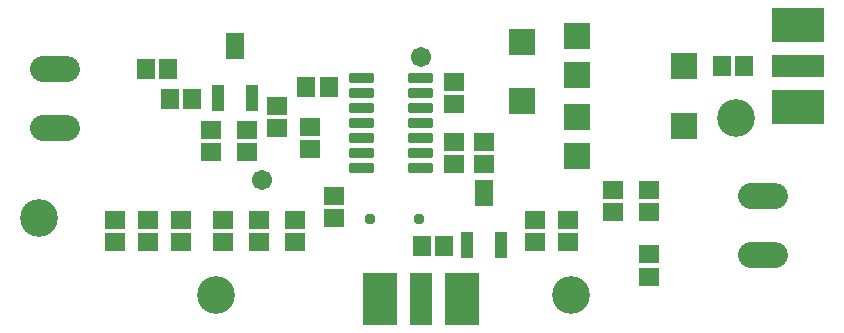
<source format=gbr>
G04 EAGLE Gerber RS-274X export*
G75*
%MOMM*%
%FSLAX34Y34*%
%LPD*%
%INSoldermask Top*%
%IPPOS*%
%AMOC8*
5,1,8,0,0,1.08239X$1,22.5*%
G01*
%ADD10C,3.203200*%
%ADD11R,1.503200X1.703200*%
%ADD12R,2.203200X2.203200*%
%ADD13R,1.703200X1.503200*%
%ADD14R,1.103200X2.203200*%
%ADD15R,1.503200X2.203200*%
%ADD16C,0.349006*%
%ADD17R,1.981200X4.394200*%
%ADD18R,2.870200X4.394200*%
%ADD19C,2.184400*%
%ADD20R,4.394200X1.981200*%
%ADD21R,4.394200X2.870200*%
%ADD22C,1.703200*%
%ADD23C,0.959600*%


D10*
X50000Y100000D03*
X640000Y185000D03*
X200000Y35000D03*
X500000Y35000D03*
D11*
X374040Y76200D03*
X393040Y76200D03*
D12*
X459260Y248920D03*
X459260Y198920D03*
D13*
X535940Y104800D03*
X535940Y123800D03*
D11*
X628040Y228600D03*
X647040Y228600D03*
D13*
X566420Y50190D03*
X566420Y69190D03*
D11*
X140360Y226060D03*
X159360Y226060D03*
D13*
X426720Y145440D03*
X426720Y164440D03*
X114300Y79400D03*
X114300Y98400D03*
X205740Y98400D03*
X205740Y79400D03*
X279400Y158140D03*
X279400Y177140D03*
X236220Y98400D03*
X236220Y79400D03*
X469900Y79400D03*
X469900Y98400D03*
X497840Y79400D03*
X497840Y98400D03*
D14*
X412720Y77060D03*
D15*
X426720Y121060D03*
D14*
X440720Y77060D03*
D13*
X266700Y79400D03*
X266700Y98400D03*
X299720Y99720D03*
X299720Y118720D03*
D11*
X295250Y210820D03*
X276250Y210820D03*
D13*
X401320Y215240D03*
X401320Y196240D03*
X566420Y123800D03*
X566420Y104800D03*
D11*
X179680Y200660D03*
X160680Y200660D03*
D13*
X195580Y155600D03*
X195580Y174600D03*
D14*
X201900Y201520D03*
D15*
X215900Y245520D03*
D14*
X229900Y201520D03*
D13*
X226060Y155600D03*
X226060Y174600D03*
X251460Y175920D03*
X251460Y194920D03*
X170180Y98400D03*
X170180Y79400D03*
X142240Y79400D03*
X142240Y98400D03*
X401320Y145440D03*
X401320Y164440D03*
D16*
X332201Y216219D02*
X314159Y216219D01*
X314159Y220661D01*
X332201Y220661D01*
X332201Y216219D01*
X332201Y219534D02*
X314159Y219534D01*
X314159Y203519D02*
X332201Y203519D01*
X314159Y203519D02*
X314159Y207961D01*
X332201Y207961D01*
X332201Y203519D01*
X332201Y206834D02*
X314159Y206834D01*
X314159Y190819D02*
X332201Y190819D01*
X314159Y190819D02*
X314159Y195261D01*
X332201Y195261D01*
X332201Y190819D01*
X332201Y194134D02*
X314159Y194134D01*
X314159Y178119D02*
X332201Y178119D01*
X314159Y178119D02*
X314159Y182561D01*
X332201Y182561D01*
X332201Y178119D01*
X332201Y181434D02*
X314159Y181434D01*
X314159Y165419D02*
X332201Y165419D01*
X314159Y165419D02*
X314159Y169861D01*
X332201Y169861D01*
X332201Y165419D01*
X332201Y168734D02*
X314159Y168734D01*
X314159Y152719D02*
X332201Y152719D01*
X314159Y152719D02*
X314159Y157161D01*
X332201Y157161D01*
X332201Y152719D01*
X332201Y156034D02*
X314159Y156034D01*
X314159Y140019D02*
X332201Y140019D01*
X314159Y140019D02*
X314159Y144461D01*
X332201Y144461D01*
X332201Y140019D01*
X332201Y143334D02*
X314159Y143334D01*
X363759Y140019D02*
X381801Y140019D01*
X363759Y140019D02*
X363759Y144461D01*
X381801Y144461D01*
X381801Y140019D01*
X381801Y143334D02*
X363759Y143334D01*
X363759Y152719D02*
X381801Y152719D01*
X363759Y152719D02*
X363759Y157161D01*
X381801Y157161D01*
X381801Y152719D01*
X381801Y156034D02*
X363759Y156034D01*
X363759Y165419D02*
X381801Y165419D01*
X363759Y165419D02*
X363759Y169861D01*
X381801Y169861D01*
X381801Y165419D01*
X381801Y168734D02*
X363759Y168734D01*
X363759Y178119D02*
X381801Y178119D01*
X363759Y178119D02*
X363759Y182561D01*
X381801Y182561D01*
X381801Y178119D01*
X381801Y181434D02*
X363759Y181434D01*
X363759Y190819D02*
X381801Y190819D01*
X363759Y190819D02*
X363759Y195261D01*
X381801Y195261D01*
X381801Y190819D01*
X381801Y194134D02*
X363759Y194134D01*
X363759Y203519D02*
X381801Y203519D01*
X363759Y203519D02*
X363759Y207961D01*
X381801Y207961D01*
X381801Y203519D01*
X381801Y206834D02*
X363759Y206834D01*
X363759Y216219D02*
X381801Y216219D01*
X363759Y216219D02*
X363759Y220661D01*
X381801Y220661D01*
X381801Y216219D01*
X381801Y219534D02*
X363759Y219534D01*
D17*
X373380Y31314D03*
D18*
X338434Y31314D03*
X408326Y31314D03*
D19*
X73406Y225806D02*
X53594Y225806D01*
X53594Y175768D02*
X73406Y175768D01*
D20*
X692586Y228600D03*
D21*
X692586Y193654D03*
X692586Y263546D03*
D19*
X672846Y68834D02*
X653034Y68834D01*
X653034Y118872D02*
X672846Y118872D01*
D12*
X505460Y254000D03*
X505460Y220900D03*
X596260Y228600D03*
X596260Y177800D03*
X505460Y185500D03*
X505460Y152400D03*
D22*
X238760Y132080D03*
X373380Y236220D03*
D23*
X372110Y99060D03*
X330200Y99060D03*
M02*

</source>
